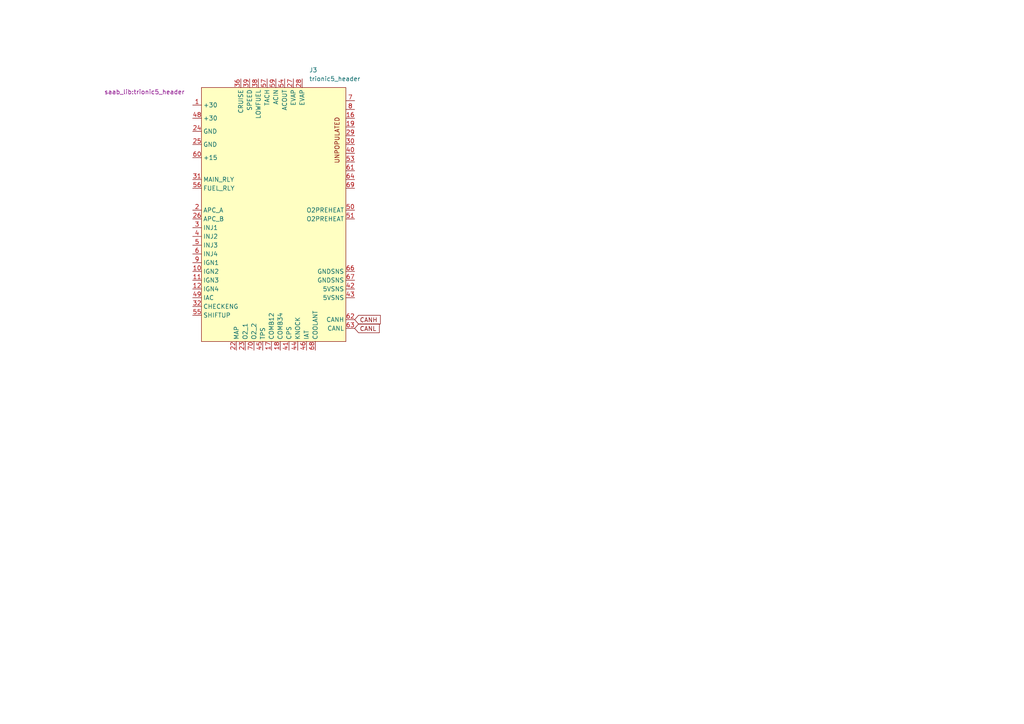
<source format=kicad_sch>
(kicad_sch (version 20211123) (generator eeschema)
  (paper "A4")
  (title_block (title "0.4") (date "2021-03-27") (rev "4d") (company "Speeduino"))
  (lib_symbols
    (symbol "saab_lib:trionic5_header"
      (property "Reference" "J" (at 12.7 -15.24 0))
      (property "Value" "trionic5_header" (at 20.32 -19.05 0))
      (symbol "trionic5_header_0_0"
        (text "UNPOPULATED" (at 39.37 -15.24 900) (effects (font (size 1.27 1.27))))
      )
      (symbol "trionic5_header_0_1"
        (rectangle (start 0 0) (end 41.91 -73.66) (fill (type background)))
      )
      (symbol "trionic5_header_1_1"
        (pin power_in line (at -2.54 -5.08 0) (length 2.54) (name "+30") (number "1"))
        (pin output line (at -2.54 -53.34 0) (length 2.54) (name "IGN2") (number "10"))
        (pin output line (at -2.54 -55.88 0) (length 2.54) (name "IGN3") (number "11"))
        (pin output line (at -2.54 -58.42 0) (length 2.54) (name "IGN4") (number "12"))
        (pin bidirectional line (at 44.45 -8.89 180) (length 2.54) (name "") (number "16"))
        (pin input line (at 20.32 -76.2 90) (length 2.54) (name "COMB12") (number "17"))
        (pin input line (at 22.86 -76.2 90) (length 2.54) (name "COMB34") (number "18"))
        (pin bidirectional line (at 44.45 -11.43 180) (length 2.54) (name "") (number "19"))
        (pin output line (at -2.54 -35.56 0) (length 2.54) (name "APC_A") (number "2"))
        (pin input line (at 10.16 -76.2 90) (length 2.54) (name "MAP") (number "22"))
        (pin input line (at 12.7 -76.2 90) (length 2.54) (name "O2_1") (number "23"))
        (pin power_in line (at -2.54 -12.7 0) (length 2.54) (name "GND") (number "24"))
        (pin power_in line (at -2.54 -16.51 0) (length 2.54) (name "GND") (number "25"))
        (pin output line (at -2.54 -38.1 0) (length 2.54) (name "APC_B") (number "26"))
        (pin output line (at 26.67 2.54 270) (length 2.54) (name "EVAP") (number "27"))
        (pin output line (at 29.21 2.54 270) (length 2.54) (name "EVAP") (number "28"))
        (pin bidirectional line (at 44.45 -13.97 180) (length 2.54) (name "") (number "29"))
        (pin output line (at -2.54 -40.64 0) (length 2.54) (name "INJ1") (number "3"))
        (pin bidirectional line (at 44.45 -16.51 180) (length 2.54) (name "") (number "30"))
        (pin output line (at -2.54 -26.67 0) (length 2.54) (name "MAIN_RLY") (number "31"))
        (pin output line (at -2.54 -63.5 0) (length 2.54) (name "CHECKENG") (number "32"))
        (pin input line (at 11.43 2.54 270) (length 2.54) (name "CRUISE") (number "36"))
        (pin input line (at 16.51 2.54 270) (length 2.54) (name "LOWFUEL") (number "38"))
        (pin input line (at 13.97 2.54 270) (length 2.54) (name "SPEED") (number "39"))
        (pin output line (at -2.54 -43.18 0) (length 2.54) (name "INJ2") (number "4"))
        (pin bidirectional line (at 44.45 -19.05 180) (length 2.54) (name "") (number "40"))
        (pin input line (at 25.4 -76.2 90) (length 2.54) (name "CPS") (number "41"))
        (pin power_out line (at 44.45 -58.42 180) (length 2.54) (name "5VSNS") (number "42"))
        (pin power_out line (at 44.45 -60.96 180) (length 2.54) (name "5VSNS") (number "43"))
        (pin input line (at 27.94 -76.2 90) (length 2.54) (name "KNOCK") (number "44"))
        (pin input line (at 17.78 -76.2 90) (length 2.54) (name "TPS") (number "45"))
        (pin bidirectional line (at 30.48 -76.2 90) (length 2.54) (name "IAT") (number "46"))
        (pin power_in line (at -2.54 -8.89 0) (length 2.54) (name "+30") (number "48"))
        (pin output line (at -2.54 -60.96 0) (length 2.54) (name "IAC") (number "49"))
        (pin output line (at -2.54 -45.72 0) (length 2.54) (name "INJ3") (number "5"))
        (pin output line (at 44.45 -35.56 180) (length 2.54) (name "O2PREHEAT") (number "50"))
        (pin output line (at 44.45 -38.1 180) (length 2.54) (name "O2PREHEAT") (number "51"))
        (pin bidirectional line (at 44.45 -21.59 180) (length 2.54) (name "") (number "53"))
        (pin output line (at 24.13 2.54 270) (length 2.54) (name "ACOUT") (number "54"))
        (pin output line (at -2.54 -66.04 0) (length 2.54) (name "SHIFTUP") (number "55"))
        (pin output line (at -2.54 -29.21 0) (length 2.54) (name "FUEL_RLY") (number "56"))
        (pin output line (at 19.05 2.54 270) (length 2.54) (name "TACH") (number "57"))
        (pin input line (at 21.59 2.54 270) (length 2.54) (name "ACIN") (number "59"))
        (pin output line (at -2.54 -48.26 0) (length 2.54) (name "INJ4") (number "6"))
        (pin input line (at -2.54 -20.32 0) (length 2.54) (name "+15") (number "60"))
        (pin bidirectional line (at 44.45 -24.13 180) (length 2.54) (name "") (number "61"))
        (pin bidirectional line (at 44.45 -67.31 180) (length 2.54) (name "CANH") (number "62"))
        (pin bidirectional line (at 44.45 -69.85 180) (length 2.54) (name "CANL") (number "63"))
        (pin bidirectional line (at 44.45 -26.67 180) (length 2.54) (name "") (number "64"))
        (pin power_out line (at 44.45 -53.34 180) (length 2.54) (name "GNDSNS") (number "66"))
        (pin power_out line (at 44.45 -55.88 180) (length 2.54) (name "GNDSNS") (number "67"))
        (pin bidirectional line (at 33.02 -76.2 90) (length 2.54) (name "COOLANT") (number "68"))
        (pin bidirectional line (at 44.45 -29.21 180) (length 2.54) (name "") (number "69"))
        (pin bidirectional line (at 44.45 -3.81 180) (length 2.54) (name "") (number "7"))
        (pin input line (at 15.24 -76.2 90) (length 2.54) (name "O2_2") (number "70"))
        (pin bidirectional line (at 44.45 -6.35 180) (length 2.54) (name "") (number "8"))
        (pin output line (at -2.54 -50.8 0) (length 2.54) (name "IGN1") (number "9"))
      )
    )
  )
  (global_label "CANH" (shape input) (at 102.87 92.71 0) (property "Intersheet References" "${INTERSHEET_REFS}" (effects hide)))
  (global_label "CANL" (shape input) (at 102.87 95.25 0) (property "Intersheet References" "${INTERSHEET_REFS}" (effects hide)))
  (symbol (lib_id "saab_lib:trionic5_header") (at 58.42 25.4 0) (unit 1)
    (property "Reference" "J3" (at 89.6494 20.32 0) (effects (justify left)))
    (property "Value" "trionic5_header" (at 89.6494 22.86 0) (effects (justify left)))
    (property "Footprint" "saab_lib:trionic5_header" (at 41.91 26.67 0))
  )
)
</source>
